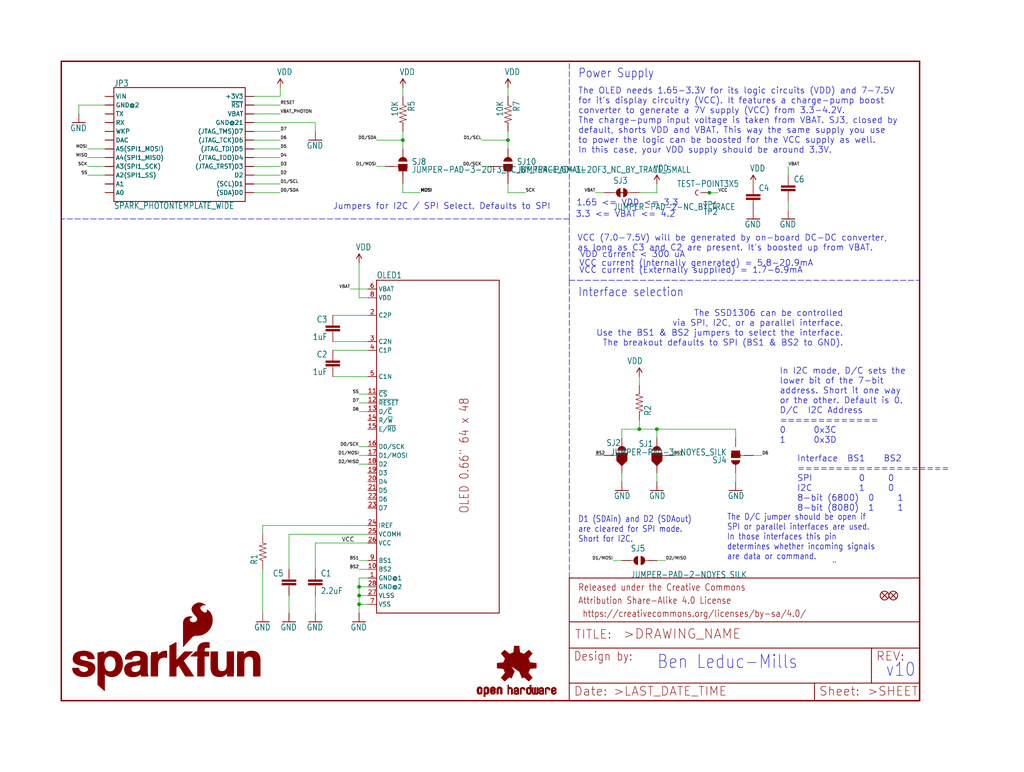
<source format=kicad_sch>
(kicad_sch (version 20211123) (generator eeschema)
  (paper "User" 297.002 223.926)
  (lib_symbols
    (symbol "eagleSchem-eagle-import:10KOHM1{slash}10W1%(0603)0603"
      (property "Reference" "R" (at -3.81 1.4986 0))
      (property "Value" "10KOHM1{slash}10W1%(0603)0603" (at -3.81 -3.302 0))
      (symbol "10KOHM1{slash}10W1%(0603)0603_1_0"
        (pin passive line (at -5.08 0 0) (length 2.54) (name "1") (number "1"))
        (pin passive line (at 5.08 0 180) (length 2.54) (name "2") (number "2"))
      )
    )
    (symbol "eagleSchem-eagle-import:1UF-25V-10%(0805){dblquote}"
      (property "Reference" "C" (at 1.524 2.921 0))
      (property "Value" "1UF-25V-10%(0805){dblquote}" (at 1.524 -2.159 0))
      (symbol "1UF-25V-10%(0805){dblquote}_1_0"
        (pin passive line (at 0 5.08 270) (length 2.54) (name "1") (number "1"))
        (pin passive line (at 0 -2.54 90) (length 2.54) (name "2") (number "2"))
      )
    )
    (symbol "eagleSchem-eagle-import:2.2UF-25V-+80{slash}-20(0805)"
      (property "Reference" "C" (at 1.524 2.921 0))
      (property "Value" "2.2UF-25V-+80{slash}-20(0805)" (at 1.524 -2.159 0))
      (symbol "2.2UF-25V-+80{slash}-20(0805)_1_0"
        (pin passive line (at 0 5.08 270) (length 2.54) (name "1") (number "1"))
        (pin passive line (at 0 -2.54 90) (length 2.54) (name "2") (number "2"))
      )
    )
    (symbol "eagleSchem-eagle-import:4.7UF-16V-20%,+80%-(1206)"
      (property "Reference" "C" (at 1.524 2.921 0))
      (property "Value" "4.7UF-16V-20%,+80%-(1206)" (at 1.524 -2.159 0))
      (symbol "4.7UF-16V-20%,+80%-(1206)_1_0"
        (pin passive line (at 0 5.08 270) (length 2.54) (name "1") (number "1"))
        (pin passive line (at 0 -2.54 90) (length 2.54) (name "2") (number "2"))
      )
    )
    (symbol "eagleSchem-eagle-import:CAP0603-CAP"
      (property "Reference" "C" (at 1.524 2.921 0))
      (property "Value" "CAP0603-CAP" (at 1.524 -2.159 0))
      (symbol "CAP0603-CAP_1_0"
        (pin passive line (at 0 5.08 270) (length 2.54) (name "1") (number "1"))
        (pin passive line (at 0 -2.54 90) (length 2.54) (name "2") (number "2"))
      )
    )
    (symbol "eagleSchem-eagle-import:FIDUCIAL1X2")
    (symbol "eagleSchem-eagle-import:FRAME-LETTER"
      (symbol "FRAME-LETTER_2_0"
        (text " https://creativecommons.org/licenses/by-sa/4.0/" (at 2.54 24.13 0) (effects (font (size 1.9304 1.6408)) (justify left bottom)))
        (text ">DRAWING_NAME" (at 15.494 17.78 0) (effects (font (size 2.7432 2.7432)) (justify left bottom)))
        (text ">LAST_DATE_TIME" (at 12.7 1.27 0) (effects (font (size 2.54 2.54)) (justify left bottom)))
        (text ">SHEET" (at 86.36 1.27 0) (effects (font (size 2.54 2.54)) (justify left bottom)))
        (text "Attribution Share-Alike 4.0 License" (at 2.54 27.94 0) (effects (font (size 1.9304 1.6408)) (justify left bottom)))
        (text "Date:" (at 1.27 1.27 0) (effects (font (size 2.54 2.54)) (justify left bottom)))
        (text "Design by:" (at 1.27 11.43 0) (effects (font (size 2.54 2.159)) (justify left bottom)))
        (text "Released under the Creative Commons" (at 2.54 31.75 0) (effects (font (size 1.9304 1.6408)) (justify left bottom)))
        (text "REV:" (at 88.9 11.43 0) (effects (font (size 2.54 2.54)) (justify left bottom)))
        (text "Sheet:" (at 72.39 1.27 0) (effects (font (size 2.54 2.54)) (justify left bottom)))
        (text "TITLE:" (at 1.524 17.78 0) (effects (font (size 2.54 2.54)) (justify left bottom)))
      )
    )
    (symbol "eagleSchem-eagle-import:GND" (power)
      (property "Value" "GND" (at -2.54 -2.54 0))
      (symbol "GND_1_0"
        (pin power_in line (at 0 2.54 270) (length 2.54) (name "GND") (number "1"))
      )
    )
    (symbol "eagleSchem-eagle-import:JUMPER-PAD-2-NC_BY_TRACE"
      (property "Reference" "SJ" (at -2.54 2.54 0))
      (property "Value" "JUMPER-PAD-2-NC_BY_TRACE" (at -2.54 -5.08 0))
      (symbol "JUMPER-PAD-2-NC_BY_TRACE_1_0"
        (pin passive line (at -5.08 0 0) (length 2.54) (name "1") (number "1"))
        (pin passive line (at 5.08 0 180) (length 2.54) (name "2") (number "2"))
      )
    )
    (symbol "eagleSchem-eagle-import:JUMPER-PAD-2-NOYES_SILK"
      (property "Reference" "SJ" (at -2.54 2.54 0))
      (property "Value" "JUMPER-PAD-2-NOYES_SILK" (at -2.54 -5.08 0))
      (symbol "JUMPER-PAD-2-NOYES_SILK_1_0"
        (pin passive line (at -5.08 0 0) (length 2.54) (name "1") (number "1"))
        (pin passive line (at 5.08 0 180) (length 2.54) (name "2") (number "2"))
      )
    )
    (symbol "eagleSchem-eagle-import:JUMPER-PAD-3-2OF3_NC_BY_PASTE"
      (property "Reference" "SJ" (at 2.54 0.381 0))
      (property "Value" "JUMPER-PAD-3-2OF3_NC_BY_PASTE" (at 2.54 -1.905 0))
      (symbol "JUMPER-PAD-3-2OF3_NC_BY_PASTE_1_0"
        (pin passive line (at 0 5.08 270) (length 2.54) (name "1") (number "1"))
        (pin passive line (at -5.08 0 0) (length 2.54) (name "2") (number "2"))
        (pin passive line (at 0 -5.08 90) (length 2.54) (name "3") (number "3"))
      )
    )
    (symbol "eagleSchem-eagle-import:JUMPER-PAD-3-2OF3_NC_BY_TRACE_SMALL"
      (property "Reference" "SJ" (at 2.54 0.381 0))
      (property "Value" "JUMPER-PAD-3-2OF3_NC_BY_TRACE_SMALL" (at 2.54 -1.905 0))
      (symbol "JUMPER-PAD-3-2OF3_NC_BY_TRACE_SMALL_1_0"
        (pin passive line (at 0 5.08 270) (length 2.54) (name "1") (number "1"))
        (pin passive line (at -5.08 0 0) (length 2.54) (name "2") (number "2"))
        (pin passive line (at 0 -5.08 90) (length 2.54) (name "3") (number "3"))
      )
    )
    (symbol "eagleSchem-eagle-import:JUMPER-PAD-3-NOYES_SILK"
      (property "Reference" "SJ" (at 2.54 0.381 0))
      (property "Value" "JUMPER-PAD-3-NOYES_SILK" (at 2.54 -1.905 0))
      (symbol "JUMPER-PAD-3-NOYES_SILK_1_0"
        (pin passive line (at 0 5.08 270) (length 2.54) (name "1") (number "1"))
        (pin passive line (at -5.08 0 0) (length 2.54) (name "2") (number "2"))
        (pin passive line (at 0 -5.08 90) (length 2.54) (name "3") (number "3"))
      )
    )
    (symbol "eagleSchem-eagle-import:OLED0.66"
      (property "Reference" "OLED" (at -25.4 48.768 0))
      (property "Value" "OLED0.66" (at -25.4 -50.546 0))
      (symbol "OLED0.66_1_0"
        (text "OLED 0.66\" 64 x 48" (at 0 -2.54 900) (effects (font (size 2.54 2.159))))
        (pin bidirectional line (at -27.94 -38.1 0) (length 2.54) (name "GND@1") (number "1"))
        (pin bidirectional line (at -27.94 -35.56 0) (length 2.54) (name "BS2") (number "10"))
        (pin bidirectional line (at -27.94 15.24 0) (length 2.54) (name "~{CS}") (number "11"))
        (pin bidirectional line (at -27.94 12.7 0) (length 2.54) (name "~{RESET}") (number "12"))
        (pin bidirectional line (at -27.94 10.16 0) (length 2.54) (name "D/~{C}") (number "13"))
        (pin bidirectional line (at -27.94 7.62 0) (length 2.54) (name "R/~{W}") (number "14"))
        (pin bidirectional line (at -27.94 5.08 0) (length 2.54) (name "E/~{RD}") (number "15"))
        (pin bidirectional line (at -27.94 0 0) (length 2.54) (name "D0/SCK") (number "16"))
        (pin bidirectional line (at -27.94 -2.54 0) (length 2.54) (name "D1/MOSI") (number "17"))
        (pin bidirectional line (at -27.94 -5.08 0) (length 2.54) (name "D2") (number "18"))
        (pin bidirectional line (at -27.94 -7.62 0) (length 2.54) (name "D3") (number "19"))
        (pin bidirectional line (at -27.94 38.1 0) (length 2.54) (name "C2P") (number "2"))
        (pin bidirectional line (at -27.94 -10.16 0) (length 2.54) (name "D4") (number "20"))
        (pin bidirectional line (at -27.94 -12.7 0) (length 2.54) (name "D5") (number "21"))
        (pin bidirectional line (at -27.94 -15.24 0) (length 2.54) (name "D6") (number "22"))
        (pin bidirectional line (at -27.94 -17.78 0) (length 2.54) (name "D7") (number "23"))
        (pin bidirectional line (at -27.94 -22.86 0) (length 2.54) (name "IREF") (number "24"))
        (pin bidirectional line (at -27.94 -25.4 0) (length 2.54) (name "VCOMH") (number "25"))
        (pin bidirectional line (at -27.94 -27.94 0) (length 2.54) (name "VCC") (number "26"))
        (pin bidirectional line (at -27.94 -43.18 0) (length 2.54) (name "VLSS") (number "27"))
        (pin bidirectional line (at -27.94 -40.64 0) (length 2.54) (name "GND@2") (number "28"))
        (pin bidirectional line (at -27.94 30.48 0) (length 2.54) (name "C2N") (number "3"))
        (pin bidirectional line (at -27.94 27.94 0) (length 2.54) (name "C1P") (number "4"))
        (pin bidirectional line (at -27.94 20.32 0) (length 2.54) (name "C1N") (number "5"))
        (pin bidirectional line (at -27.94 45.72 0) (length 2.54) (name "VBAT") (number "6"))
        (pin bidirectional line (at -27.94 -45.72 0) (length 2.54) (name "VSS") (number "7"))
        (pin bidirectional line (at -27.94 43.18 0) (length 2.54) (name "VDD") (number "8"))
        (pin bidirectional line (at -27.94 -33.02 0) (length 2.54) (name "BS1") (number "9"))
      )
    )
    (symbol "eagleSchem-eagle-import:OSHW-LOGOS")
    (symbol "eagleSchem-eagle-import:RESISTOR0603-RES"
      (property "Reference" "R" (at -3.81 1.4986 0))
      (property "Value" "RESISTOR0603-RES" (at -3.81 -3.302 0))
      (symbol "RESISTOR0603-RES_1_0"
        (pin passive line (at -5.08 0 0) (length 2.54) (name "1") (number "1"))
        (pin passive line (at 5.08 0 180) (length 2.54) (name "2") (number "2"))
      )
    )
    (symbol "eagleSchem-eagle-import:SFE_LOGO_NAME_FLAME.1_INCH")
    (symbol "eagleSchem-eagle-import:SPARK_PHOTONTEMPLATE_WIDE"
      (property "Reference" "JP" (at -20.32 18.034 0))
      (property "Value" "SPARK_PHOTONTEMPLATE_WIDE" (at -20.32 -15.494 0))
      (symbol "SPARK_PHOTONTEMPLATE_WIDE_1_0"
        (pin bidirectional line (at -22.86 15.24 0) (length 2.54) (name "VIN") (number "1"))
        (pin bidirectional line (at -22.86 -7.62 0) (length 2.54) (name "A2(SPI1_SS)") (number "10"))
        (pin bidirectional line (at -22.86 -10.16 0) (length 2.54) (name "A1") (number "11"))
        (pin bidirectional line (at -22.86 -12.7 0) (length 2.54) (name "A0") (number "12"))
        (pin bidirectional line (at 20.32 -12.7 180) (length 2.54) (name "(SDA)D0") (number "13"))
        (pin bidirectional line (at 20.32 -10.16 180) (length 2.54) (name "(SCL)D1") (number "14"))
        (pin bidirectional line (at 20.32 -7.62 180) (length 2.54) (name "D2") (number "15"))
        (pin bidirectional line (at 20.32 -5.08 180) (length 2.54) (name "(JTAG_TRST)D3") (number "16"))
        (pin bidirectional line (at 20.32 -2.54 180) (length 2.54) (name "(JTAG_TDO)D4") (number "17"))
        (pin bidirectional line (at 20.32 0 180) (length 2.54) (name "(JTAG_TDI)D5") (number "18"))
        (pin bidirectional line (at 20.32 2.54 180) (length 2.54) (name "(JTAG_TCK)D6") (number "19"))
        (pin bidirectional line (at -22.86 12.7 0) (length 2.54) (name "GND@2") (number "2"))
        (pin bidirectional line (at 20.32 5.08 180) (length 2.54) (name "(JTAG_TMS)D7") (number "20"))
        (pin bidirectional line (at 20.32 7.62 180) (length 2.54) (name "GND@21") (number "21"))
        (pin bidirectional line (at 20.32 10.16 180) (length 2.54) (name "VBAT") (number "22"))
        (pin bidirectional line (at 20.32 12.7 180) (length 2.54) (name "~{RST}") (number "23"))
        (pin bidirectional line (at 20.32 15.24 180) (length 2.54) (name "+3V3") (number "24"))
        (pin bidirectional line (at -22.86 10.16 0) (length 2.54) (name "TX") (number "3"))
        (pin bidirectional line (at 20.32 15.24 180) (length 2.54) (name "+3V3") (number "3V3"))
        (pin bidirectional line (at -22.86 7.62 0) (length 2.54) (name "RX") (number "4"))
        (pin bidirectional line (at -22.86 5.08 0) (length 2.54) (name "WKP") (number "5"))
        (pin bidirectional line (at -22.86 2.54 0) (length 2.54) (name "DAC") (number "6"))
        (pin bidirectional line (at -22.86 0 0) (length 2.54) (name "A5(SPI1_MOSI)") (number "7"))
        (pin bidirectional line (at -22.86 -2.54 0) (length 2.54) (name "A4(SPI1_MISO)") (number "8"))
        (pin bidirectional line (at -22.86 -5.08 0) (length 2.54) (name "A3(SPI1_SCK)") (number "9"))
        (pin bidirectional line (at -22.86 -12.7 0) (length 2.54) (name "A0") (number "A0"))
        (pin bidirectional line (at -22.86 -10.16 0) (length 2.54) (name "A1") (number "A1"))
        (pin bidirectional line (at -22.86 -7.62 0) (length 2.54) (name "A2(SPI1_SS)") (number "A2"))
        (pin bidirectional line (at -22.86 -5.08 0) (length 2.54) (name "A3(SPI1_SCK)") (number "A3"))
        (pin bidirectional line (at -22.86 -2.54 0) (length 2.54) (name "A4(SPI1_MISO)") (number "A4"))
        (pin bidirectional line (at -22.86 0 0) (length 2.54) (name "A5(SPI1_MOSI)") (number "A5"))
        (pin bidirectional line (at 20.32 -12.7 180) (length 2.54) (name "(SDA)D0") (number "D0"))
        (pin bidirectional line (at 20.32 -10.16 180) (length 2.54) (name "(SCL)D1") (number "D1"))
        (pin bidirectional line (at 20.32 -7.62 180) (length 2.54) (name "D2") (number "D2"))
        (pin bidirectional line (at 20.32 -5.08 180) (length 2.54) (name "(JTAG_TRST)D3") (number "D3"))
        (pin bidirectional line (at 20.32 -2.54 180) (length 2.54) (name "(JTAG_TDO)D4") (number "D4"))
        (pin bidirectional line (at 20.32 0 180) (length 2.54) (name "(JTAG_TDI)D5") (number "D5"))
        (pin bidirectional line (at 20.32 2.54 180) (length 2.54) (name "(JTAG_TCK)D6") (number "D6"))
        (pin bidirectional line (at 20.32 5.08 180) (length 2.54) (name "(JTAG_TMS)D7") (number "D7"))
        (pin bidirectional line (at -22.86 2.54 0) (length 2.54) (name "DAC") (number "DAC"))
        (pin bidirectional line (at -22.86 12.7 0) (length 2.54) (name "GND@2") (number "GND@0"))
        (pin bidirectional line (at 20.32 7.62 180) (length 2.54) (name "GND@21") (number "GND@2"))
        (pin bidirectional line (at 20.32 12.7 180) (length 2.54) (name "~{RST}") (number "RST"))
        (pin bidirectional line (at -22.86 7.62 0) (length 2.54) (name "RX") (number "RX"))
        (pin bidirectional line (at -22.86 10.16 0) (length 2.54) (name "TX") (number "TX"))
        (pin bidirectional line (at 20.32 10.16 180) (length 2.54) (name "VBAT") (number "VBAT"))
        (pin bidirectional line (at -22.86 15.24 0) (length 2.54) (name "VIN") (number "VIN"))
        (pin bidirectional line (at -22.86 5.08 0) (length 2.54) (name "WKP") (number "WKP"))
      )
    )
    (symbol "eagleSchem-eagle-import:TEST-POINT3X5"
      (property "Reference" "TP" (at -2.54 2.54 0))
      (property "Value" "TEST-POINT3X5" (at -2.54 -2.54 0))
      (symbol "TEST-POINT3X5_1_0"
        (pin bidirectional line (at 0 0 180) (length 0) (name "1") (number "P$1"))
      )
    )
    (symbol "eagleSchem-eagle-import:VDD" (power)
      (property "Value" "VDD" (at -1.016 3.556 0))
      (symbol "VDD_1_0"
        (pin power_in line (at 0 0 90) (length 2.54) (name "VDD") (number "1"))
      )
    )
  )
  (junction (at 104.14 170.18))
  (junction (at 116.84 40.64))
  (junction (at 104.14 172.72))
  (junction (at 190.5 124.46))
  (junction (at 185.42 124.46))
  (junction (at 147.32 40.64))
  (junction (at 104.14 175.26))
  (junction (at 205.74 55.88))
  (wire (pts (xy 185.42 55.88) (xy 190.5 55.88)))
  (wire (pts (xy 195.58 132.08) (xy 198.12 132.08)))
  (wire (pts (xy 73.66 45.72) (xy 81.28 45.72)))
  (wire (pts (xy 116.84 43.18) (xy 116.84 40.64)))
  (wire (pts (xy 106.68 86.36) (xy 104.14 86.36)))
  (wire (pts (xy 30.48 48.26) (xy 25.4 48.26)))
  (wire (pts (xy 73.66 50.8) (xy 81.28 50.8)))
  (wire (pts (xy 175.26 132.08) (xy 172.72 132.08)))
  (wire (pts (xy 190.5 162.56) (xy 193.04 162.56)))
  (wire (pts (xy 106.68 170.18) (xy 104.14 170.18)))
  (wire (pts (xy 106.68 114.3) (xy 104.14 114.3)))
  (wire (pts (xy 106.68 119.38) (xy 104.14 119.38)))
  (wire (pts (xy 190.5 137.16) (xy 190.5 139.7)))
  (wire (pts (xy 106.68 172.72) (xy 104.14 172.72)))
  (wire (pts (xy 91.44 157.48) (xy 91.44 165.1)))
  (wire (pts (xy 73.66 35.56) (xy 91.44 35.56)))
  (wire (pts (xy 228.6 50.8) (xy 228.6 48.26)))
  (wire (pts (xy 180.34 127) (xy 180.34 124.46)))
  (wire (pts (xy 147.32 25.4) (xy 147.32 27.94)))
  (wire (pts (xy 142.24 48.26) (xy 139.7 48.26)))
  (wire (pts (xy 190.5 53.34) (xy 190.5 55.88)))
  (wire (pts (xy 116.84 27.94) (xy 116.84 25.4)))
  (wire (pts (xy 73.66 30.48) (xy 81.28 30.48)))
  (wire (pts (xy 190.5 127) (xy 190.5 124.46)))
  (wire (pts (xy 106.68 165.1) (xy 104.14 165.1)))
  (wire (pts (xy 73.66 48.26) (xy 81.28 48.26)))
  (wire (pts (xy 147.32 55.88) (xy 152.4 55.88)))
  (wire (pts (xy 106.68 116.84) (xy 104.14 116.84)))
  (wire (pts (xy 30.48 30.48) (xy 22.86 30.48)))
  (wire (pts (xy 73.66 38.1) (xy 81.28 38.1)))
  (polyline (pts (xy 165.1 63.5) (xy 17.78 63.5)))
  (wire (pts (xy 22.86 30.48) (xy 22.86 33.02)))
  (wire (pts (xy 147.32 43.18) (xy 147.32 40.64)))
  (wire (pts (xy 30.48 45.72) (xy 25.4 45.72)))
  (wire (pts (xy 81.28 27.94) (xy 81.28 25.4)))
  (wire (pts (xy 116.84 40.64) (xy 116.84 38.1)))
  (wire (pts (xy 83.82 154.94) (xy 83.82 165.1)))
  (wire (pts (xy 106.68 152.4) (xy 76.2 152.4)))
  (wire (pts (xy 106.68 83.82) (xy 101.6 83.82)))
  (wire (pts (xy 106.68 132.08) (xy 104.14 132.08)))
  (wire (pts (xy 96.52 109.22) (xy 106.68 109.22)))
  (wire (pts (xy 106.68 157.48) (xy 91.44 157.48)))
  (wire (pts (xy 147.32 40.64) (xy 147.32 38.1)))
  (wire (pts (xy 175.26 55.88) (xy 172.72 55.88)))
  (wire (pts (xy 106.68 162.56) (xy 104.14 162.56)))
  (wire (pts (xy 73.66 27.94) (xy 81.28 27.94)))
  (wire (pts (xy 180.34 124.46) (xy 185.42 124.46)))
  (wire (pts (xy 180.34 139.7) (xy 180.34 137.16)))
  (wire (pts (xy 106.68 99.06) (xy 96.52 99.06)))
  (wire (pts (xy 104.14 175.26) (xy 104.14 177.8)))
  (wire (pts (xy 83.82 177.8) (xy 83.82 172.72)))
  (wire (pts (xy 30.48 50.8) (xy 25.4 50.8)))
  (wire (pts (xy 228.6 58.42) (xy 228.6 60.96)))
  (wire (pts (xy 91.44 38.1) (xy 91.44 35.56)))
  (wire (pts (xy 106.68 175.26) (xy 104.14 175.26)))
  (polyline (pts (xy 165.1 167.64) (xy 165.1 81.28)))
  (polyline (pts (xy 165.1 63.5) (xy 165.1 17.78)))
  (wire (pts (xy 104.14 170.18) (xy 104.14 172.72)))
  (wire (pts (xy 180.34 162.56) (xy 177.8 162.56)))
  (wire (pts (xy 76.2 152.4) (xy 76.2 154.94)))
  (wire (pts (xy 205.74 55.88) (xy 208.28 55.88)))
  (wire (pts (xy 104.14 86.36) (xy 104.14 76.2)))
  (wire (pts (xy 106.68 154.94) (xy 83.82 154.94)))
  (wire (pts (xy 104.14 172.72) (xy 104.14 175.26)))
  (wire (pts (xy 213.36 139.7) (xy 213.36 137.16)))
  (wire (pts (xy 116.84 53.34) (xy 116.84 55.88)))
  (wire (pts (xy 73.66 53.34) (xy 81.28 53.34)))
  (wire (pts (xy 116.84 55.88) (xy 121.92 55.88)))
  (wire (pts (xy 76.2 177.8) (xy 76.2 165.1)))
  (wire (pts (xy 190.5 124.46) (xy 185.42 124.46)))
  (wire (pts (xy 106.68 167.64) (xy 104.14 167.64)))
  (wire (pts (xy 218.44 132.08) (xy 220.98 132.08)))
  (wire (pts (xy 91.44 177.8) (xy 91.44 172.72)))
  (wire (pts (xy 185.42 111.76) (xy 185.42 109.22)))
  (wire (pts (xy 106.68 134.62) (xy 104.14 134.62)))
  (wire (pts (xy 73.66 55.88) (xy 81.28 55.88)))
  (wire (pts (xy 73.66 43.18) (xy 81.28 43.18)))
  (wire (pts (xy 104.14 167.64) (xy 104.14 170.18)))
  (wire (pts (xy 109.22 40.64) (xy 116.84 40.64)))
  (wire (pts (xy 73.66 33.02) (xy 81.28 33.02)))
  (wire (pts (xy 106.68 101.6) (xy 96.52 101.6)))
  (wire (pts (xy 106.68 91.44) (xy 96.52 91.44)))
  (wire (pts (xy 111.76 48.26) (xy 109.22 48.26)))
  (wire (pts (xy 30.48 43.18) (xy 25.4 43.18)))
  (wire (pts (xy 139.7 40.64) (xy 147.32 40.64)))
  (wire (pts (xy 213.36 127) (xy 213.36 124.46)))
  (wire (pts (xy 185.42 124.46) (xy 185.42 121.92)))
  (wire (pts (xy 106.68 129.54) (xy 104.14 129.54)))
  (wire (pts (xy 147.32 53.34) (xy 147.32 55.88)))
  (wire (pts (xy 213.36 124.46) (xy 190.5 124.46)))
  (polyline (pts (xy 165.1 81.28) (xy 165.1 63.5)))
  (polyline (pts (xy 165.1 81.28) (xy 266.7 81.28)))
  (wire (pts (xy 73.66 40.64) (xy 81.28 40.64)))
  (text "v10" (at 256.794 196.596 180) (effects (font (size 3.81 3.2385)) (justify left bottom)))
  (text "Interface  BS1    BS2\n====================\nSPI          0     0\nI2C          1     0\n8-bit (6800)  0     1\n8-bit (8080)  1     1" (at 231.14 132.08 0) (effects (font (size 1.778 1.778)) (justify left top)))
  (text "Interface selection" (at 167.64 86.36 180) (effects (font (size 2.54 2.159)) (justify left bottom)))
  (text "VCC current (Externally supplied) = 1.7-6.9mA" (at 167.894 79.502 180) (effects (font (size 1.778 1.778)) (justify left bottom)))
  (text "The SSD1306 can be controlled\nvia SPI, I2C, or a parallel interface.\nUse the BS1 & BS2 jumpers to select the interface.\nThe breakout defaults to SPI (BS1 & BS2 to GND)." (at 244.602 100.584 0) (effects (font (size 1.778 1.778)) (justify right bottom)))
  (text "D1 (SDAin) and D2 (SDAout)\nare cleared for SPI mode.\nShort for I2C." (at 167.64 157.48 0) (effects (font (size 1.778 1.5113)) (justify left bottom)))
  (text "The D/C jumper should be open if\nSPI or parallel interfaces are used.\nIn those interfaces this pin\ndetermines whether incoming signals\nare data or command." (at 210.82 162.56 0) (effects (font (size 1.778 1.5113)) (justify left bottom)))
  (text "The OLED needs 1.65-3.3V for its logic circuits (VDD) and 7-7.5V\nfor it's display circuitry (VCC). It features a charge-pump boost\nconverter to generate a 7V supply (VCC) from 3.3-4.2V.\nThe charge-pump input voltage is taken from VBAT. SJ3, closed by\ndefault, shorts VDD and VBAT. This way the same supply you use\nto power the logic can be boosted for the VCC supply as well.\nIn this case, your VDD supply should be around 3.3V." (at 167.64 25.4 0) (effects (font (size 1.778 1.778)) (justify left top)))
  (text "Jumpers for I2C / SPI Select. Defaults to SPI" (at 96.52 60.96 180) (effects (font (size 1.778 1.778)) (justify left bottom)))
  (text "\"" (at 241.3 165.1 180) (effects (font (size 1.778 1.5113)) (justify left bottom)))
  (text "1.65 <= VDD <= 3.3" (at 167.132 59.944 180) (effects (font (size 1.778 1.778)) (justify left bottom)))
  (text "VCC (7.0-7.5V) will be generated by on-board DC-DC converter,\nas long as C3 and C2 are present. It's boosted up from VBAT." (at 167.386 68.072 0) (effects (font (size 1.778 1.778)) (justify left top)))
  (text "3.3 <= VBAT <= 4.2" (at 166.878 63.246 180) (effects (font (size 1.778 1.778)) (justify left bottom)))
  (text "VCC current (Internally generated) = 5.8-20.9mA" (at 167.894 77.47 180) (effects (font (size 1.778 1.778)) (justify left bottom)))
  (text "In I2C mode, D/C sets the\nlower bit of the 7-bit\naddress. Short it one way\nor the other. Default is 0.\nD/C  I2C Address\n=============\n0      0x3C\n1      0x3D" (at 226.06 128.778 0) (effects (font (size 1.778 1.778)) (justify left bottom)))
  (text "VDD current < 300 uA" (at 168.148 74.93 180) (effects (font (size 1.778 1.778)) (justify left bottom)))
  (text "Ben Leduc-Mills" (at 190.5 194.31 180) (effects (font (size 3.81 3.2385)) (justify left bottom)))
  (text "Power Supply" (at 167.64 22.86 180) (effects (font (size 2.54 2.159)) (justify left bottom)))
  (label "SCK" (at 152.4 55.88 0) (effects (font (size 0.889 0.889))))
  (label "MOSI" (at 121.92 55.88 0) (effects (font (size 0.889 0.889))))
  (label "VBAT_PHOTON" (at 81.28 33.02 0) (effects (font (size 0.889 0.889))))
  (label "MOSI" (at 121.92 55.88 0) (effects (font (size 0.889 0.889))))
  (label "BS1" (at 198.12 132.08 180) (effects (font (size 0.889 0.889))))
  (label "D5" (at 81.28 43.18 0) (effects (font (size 0.889 0.889))))
  (label "D2" (at 81.28 50.8 0) (effects (font (size 0.889 0.889))))
  (label "D0/SCK" (at 104.14 129.54 180) (effects (font (size 0.889 0.889))))
  (label "VBAT" (at 101.6 83.82 180) (effects (font (size 0.889 0.889))))
  (label "SS" (at 25.4 50.8 180) (effects (font (size 0.889 0.889))))
  (label "MOSI" (at 25.4 43.18 180) (effects (font (size 0.889 0.889))))
  (label "BS1" (at 104.14 162.56 180) (effects (font (size 0.889 0.889))))
  (label "D6" (at 220.98 132.08 0) (effects (font (size 0.889 0.889))))
  (label "D2/MISO" (at 193.04 162.56 0) (effects (font (size 0.889 0.889))))
  (label "D1/MOSI" (at 177.8 162.56 180) (effects (font (size 0.889 0.889))))
  (label "D1/MOSI" (at 109.22 48.26 180) (effects (font (size 0.889 0.889))))
  (label "D0/SDA" (at 81.28 55.88 0) (effects (font (size 0.889 0.889))))
  (label "VBAT" (at 172.72 55.88 180) (effects (font (size 0.889 0.889))))
  (label "RESET" (at 81.28 30.48 0) (effects (font (size 0.889 0.889))))
  (label "D1/SCL" (at 139.7 40.64 180) (effects (font (size 0.889 0.889))))
  (label "D7" (at 104.14 116.84 180) (effects (font (size 0.889 0.889))))
  (label "D7" (at 81.28 38.1 0) (effects (font (size 0.889 0.889))))
  (label "MISO" (at 25.4 45.72 180) (effects (font (size 0.889 0.889))))
  (label "VCC" (at 208.28 55.88 0) (effects (font (size 0.889 0.889))))
  (label "D2/MISO" (at 104.14 134.62 180) (effects (font (size 0.889 0.889))))
  (label "MOSI" (at 121.92 55.88 0) (effects (font (size 0.889 0.889))))
  (label "D0/SCK" (at 139.7 48.26 180) (effects (font (size 0.889 0.889))))
  (label "SS" (at 104.14 114.3 180) (effects (font (size 0.889 0.889))))
  (label "VBAT" (at 228.6 48.26 0) (effects (font (size 0.889 0.889))))
  (label "D1/MOSI" (at 104.14 132.08 180) (effects (font (size 0.889 0.889))))
  (label "D4" (at 81.28 45.72 0) (effects (font (size 0.889 0.889))))
  (label "BS2" (at 104.14 165.1 180) (effects (font (size 0.889 0.889))))
  (label "SCK" (at 25.4 48.26 180) (effects (font (size 0.889 0.889))))
  (label "D6" (at 81.28 40.64 0) (effects (font (size 0.889 0.889))))
  (label "D3" (at 81.28 48.26 0) (effects (font (size 0.889 0.889))))
  (label "D6" (at 104.14 119.38 180) (effects (font (size 0.889 0.889))))
  (label "VCC" (at 99.06 157.48 0) (effects (font (size 1.2446 1.2446))))
  (label "D1/SCL" (at 81.28 53.34 0) (effects (font (size 0.889 0.889))))
  (label "D0/SDA" (at 109.22 40.64 180) (effects (font (size 0.889 0.889))))
  (label "BS2" (at 172.72 132.08 0) (effects (font (size 0.889 0.889))))
  (symbol (lib_id "eagleSchem-eagle-import:VDD") (at 190.5 53.34 0) (unit 1)
    (property "Reference" "#SUPPLY2" (effects hide))
    (property "Value" "VDD" (at 189.484 49.784 0) (effects (font (size 1.778 1.5113)) (justify left bottom)))
    (property "Footprint" "eagleSchem:" (effects hide))
  )
  (symbol (lib_id "eagleSchem-eagle-import:CAP0603-CAP") (at 228.6 55.88 0) (unit 1)
    (property "Reference" "C6" (at 230.124 52.959 0) (effects (font (size 1.778 1.5113)) (justify left bottom)))
    (property "Value" "1uF" (at 230.124 58.039 0) (effects (font (size 1.778 1.5113)) (justify left bottom)))
    (property "Footprint" "eagleSchem:0603-CAP" (effects hide))
    (property "Value" "1uF" (effects hide))
  )
  (symbol (lib_id "eagleSchem-eagle-import:OSHW-LOGOS") (at 149.86 193.04 0) (unit 1)
    (property "Reference" "LOGO3" (effects hide))
    (property "Value" "OSHW-LOGOS" (effects hide))
    (property "Footprint" "eagleSchem:OSHW-LOGO-S" (effects hide))
  )
  (symbol (lib_id "eagleSchem-eagle-import:GND") (at 76.2 180.34 0) (unit 1)
    (property "Reference" "#GND4" (effects hide))
    (property "Value" "GND" (at 73.66 182.88 0) (effects (font (size 1.778 1.5113)) (justify left bottom)))
    (property "Footprint" "eagleSchem:" (effects hide))
  )
  (symbol (lib_id "eagleSchem-eagle-import:VDD") (at 116.84 25.4 0) (unit 1)
    (property "Reference" "#SUPPLY6" (effects hide))
    (property "Value" "VDD" (at 115.824 21.844 0) (effects (font (size 1.778 1.5113)) (justify left bottom)))
    (property "Footprint" "eagleSchem:" (effects hide))
  )
  (symbol (lib_id "eagleSchem-eagle-import:GND") (at 83.82 180.34 0) (unit 1)
    (property "Reference" "#GND3" (effects hide))
    (property "Value" "GND" (at 81.28 182.88 0) (effects (font (size 1.778 1.5113)) (justify left bottom)))
    (property "Footprint" "eagleSchem:" (effects hide))
  )
  (symbol (lib_id "eagleSchem-eagle-import:VDD") (at 104.14 76.2 0) (unit 1)
    (property "Reference" "#SUPPLY1" (effects hide))
    (property "Value" "VDD" (at 103.124 72.644 0) (effects (font (size 1.778 1.5113)) (justify left bottom)))
    (property "Footprint" "eagleSchem:" (effects hide))
  )
  (symbol (lib_id "eagleSchem-eagle-import:VDD") (at 185.42 109.22 0) (mirror y) (unit 1)
    (property "Reference" "#SUPPLY4" (effects hide))
    (property "Value" "VDD" (at 186.436 105.664 0) (effects (font (size 1.778 1.5113)) (justify left bottom)))
    (property "Footprint" "eagleSchem:" (effects hide))
  )
  (symbol (lib_id "eagleSchem-eagle-import:JUMPER-PAD-3-2OF3_NC_BY_TRACE_SMALL") (at 116.84 48.26 0) (unit 1)
    (property "Reference" "SJ8" (at 119.38 47.879 0) (effects (font (size 1.778 1.5113)) (justify left bottom)))
    (property "Value" "JUMPER-PAD-3-2OF3_NC_BY_TRACE_SMALL" (at 119.38 50.165 0) (effects (font (size 1.778 1.5113)) (justify left bottom)))
    (property "Footprint" "eagleSchem:PAD-JUMPER-3-2OF3_NC_BY_TRACE_YES_SILK_FULL_BOX" (effects hide))
  )
  (symbol (lib_id "eagleSchem-eagle-import:1UF-25V-10%(0805){dblquote}") (at 96.52 106.68 0) (mirror y) (unit 1)
    (property "Reference" "C2" (at 94.996 103.759 0) (effects (font (size 1.778 1.5113)) (justify left bottom)))
    (property "Value" "1uF" (at 94.996 108.839 0) (effects (font (size 1.778 1.5113)) (justify left bottom)))
    (property "Footprint" "eagleSchem:0805-CAP" (effects hide))
  )
  (symbol (lib_id "eagleSchem-eagle-import:JUMPER-PAD-2-NC_BY_TRACE") (at 180.34 55.88 0) (unit 1)
    (property "Reference" "SJ3" (at 177.8 53.34 0) (effects (font (size 1.778 1.5113)) (justify left bottom)))
    (property "Value" "JUMPER-PAD-2-NC_BY_TRACE" (at 177.8 60.96 0) (effects (font (size 1.778 1.5113)) (justify left bottom)))
    (property "Footprint" "eagleSchem:PAD-JUMPER-2-NC_BY_TRACE_YES_SILK" (effects hide))
  )
  (symbol (lib_id "eagleSchem-eagle-import:FIDUCIAL1X2") (at 256.54 172.72 0) (unit 1)
    (property "Reference" "FID1" (effects hide))
    (property "Value" "FIDUCIAL1X2" (effects hide))
    (property "Footprint" "eagleSchem:FIDUCIAL-1X2" (effects hide))
  )
  (symbol (lib_id "eagleSchem-eagle-import:FIDUCIAL1X2") (at 259.08 172.72 0) (unit 1)
    (property "Reference" "FID2" (effects hide))
    (property "Value" "FIDUCIAL1X2" (effects hide))
    (property "Footprint" "eagleSchem:FIDUCIAL-1X2" (effects hide))
  )
  (symbol (lib_id "eagleSchem-eagle-import:GND") (at 91.44 40.64 0) (unit 1)
    (property "Reference" "#GND12" (effects hide))
    (property "Value" "GND" (at 88.9 43.18 0) (effects (font (size 1.778 1.5113)) (justify left bottom)))
    (property "Footprint" "eagleSchem:" (effects hide))
  )
  (symbol (lib_id "eagleSchem-eagle-import:TEST-POINT3X5") (at 205.74 55.88 180) (unit 1)
    (property "Reference" "TP2" (at 208.28 60.452 0) (effects (font (size 1.778 1.5113)) (justify left bottom)))
    (property "Value" "TEST-POINT3X5" (effects hide))
    (property "Footprint" "eagleSchem:PAD.03X.05" (effects hide))
  )
  (symbol (lib_id "eagleSchem-eagle-import:CAP0603-CAP") (at 218.44 58.42 0) (unit 1)
    (property "Reference" "C4" (at 219.964 55.499 0) (effects (font (size 1.778 1.5113)) (justify left bottom)))
    (property "Value" "1uF" (at 219.964 60.579 0) (effects (font (size 1.778 1.5113)) (justify left bottom)))
    (property "Footprint" "eagleSchem:0603-CAP" (effects hide))
    (property "Value" "1uF" (effects hide))
  )
  (symbol (lib_id "eagleSchem-eagle-import:10KOHM1{slash}10W1%(0603)0603") (at 116.84 33.02 270) (unit 1)
    (property "Reference" "R5" (at 118.3386 29.21 0) (effects (font (size 1.778 1.5113)) (justify left bottom)))
    (property "Value" "10K" (at 113.538 29.21 0) (effects (font (size 1.778 1.5113)) (justify left bottom)))
    (property "Footprint" "eagleSchem:0603-RES" (effects hide))
  )
  (symbol (lib_id "eagleSchem-eagle-import:RESISTOR0603-RES") (at 185.42 116.84 270) (mirror x) (unit 1)
    (property "Reference" "R2" (at 186.9186 120.65 0) (effects (font (size 1.778 1.5113)) (justify left bottom)))
    (property "Value" "10k" (at 182.118 120.65 0) (effects (font (size 1.778 1.5113)) (justify left bottom)))
    (property "Footprint" "eagleSchem:0603-RES" (effects hide))
    (property "Value" "10k" (effects hide))
  )
  (symbol (lib_id "eagleSchem-eagle-import:RESISTOR0603-RES") (at 76.2 160.02 90) (unit 1)
    (property "Reference" "R1" (at 74.7014 163.83 0) (effects (font (size 1.778 1.5113)) (justify left bottom)))
    (property "Value" "390k" (at 79.502 163.83 0) (effects (font (size 1.778 1.5113)) (justify left bottom)))
    (property "Footprint" "eagleSchem:0603-RES" (effects hide))
    (property "Value" "390k" (effects hide))
  )
  (symbol (lib_id "eagleSchem-eagle-import:VDD") (at 81.28 25.4 0) (unit 1)
    (property "Reference" "#SUPPLY5" (effects hide))
    (property "Value" "VDD" (at 80.264 21.844 0) (effects (font (size 1.778 1.5113)) (justify left bottom)))
    (property "Footprint" "eagleSchem:" (effects hide))
  )
  (symbol (lib_id "eagleSchem-eagle-import:JUMPER-PAD-3-2OF3_NC_BY_PASTE") (at 180.34 132.08 0) (unit 1)
    (property "Reference" "SJ2" (at 180.086 129.413 0) (effects (font (size 1.778 1.5113)) (justify right bottom)))
    (property "Value" "BS2" (effects hide))
    (property "Footprint" "eagleSchem:PAD-JUMPER-3-2OF3_NC_BY_PASTE_YES_SILK_FULL_BOX" (effects hide))
  )
  (symbol (lib_id "eagleSchem-eagle-import:10KOHM1{slash}10W1%(0603)0603") (at 147.32 33.02 270) (unit 1)
    (property "Reference" "R7" (at 148.8186 29.21 0) (effects (font (size 1.778 1.5113)) (justify left bottom)))
    (property "Value" "10K" (at 144.018 29.21 0) (effects (font (size 1.778 1.5113)) (justify left bottom)))
    (property "Footprint" "eagleSchem:0603-RES" (effects hide))
  )
  (symbol (lib_id "eagleSchem-eagle-import:JUMPER-PAD-3-2OF3_NC_BY_PASTE") (at 190.5 132.08 0) (mirror y) (unit 1)
    (property "Reference" "SJ1" (at 189.484 129.667 0) (effects (font (size 1.778 1.5113)) (justify left bottom)))
    (property "Value" "BS1" (effects hide))
    (property "Footprint" "eagleSchem:PAD-JUMPER-3-2OF3_NC_BY_PASTE_YES_SILK_FULL_BOX" (effects hide))
  )
  (symbol (lib_id "eagleSchem-eagle-import:FRAME-LETTER") (at 17.78 203.2 0) (unit 1)
    (property "Reference" "FRAME1" (effects hide))
    (property "Value" "FRAME-LETTER" (effects hide))
    (property "Footprint" "eagleSchem:CREATIVE_COMMONS" (effects hide))
  )
  (symbol (lib_id "eagleSchem-eagle-import:GND") (at 213.36 142.24 0) (mirror y) (unit 1)
    (property "Reference" "#GND11" (effects hide))
    (property "Value" "GND" (at 215.9 144.78 0) (effects (font (size 1.778 1.5113)) (justify left bottom)))
    (property "Footprint" "eagleSchem:" (effects hide))
  )
  (symbol (lib_id "eagleSchem-eagle-import:SFE_LOGO_NAME_FLAME.1_INCH") (at 20.32 200.66 0) (unit 1)
    (property "Reference" "LOGO2" (effects hide))
    (property "Value" "SFE_LOGO_NAME_FLAME.1_INCH" (effects hide))
    (property "Footprint" "eagleSchem:SFE_LOGO_NAME_FLAME_.1" (effects hide))
  )
  (symbol (lib_id "eagleSchem-eagle-import:GND") (at 218.44 63.5 0) (unit 1)
    (property "Reference" "#GND5" (effects hide))
    (property "Value" "GND" (at 215.9 66.04 0) (effects (font (size 1.778 1.5113)) (justify left bottom)))
    (property "Footprint" "eagleSchem:" (effects hide))
  )
  (symbol (lib_id "eagleSchem-eagle-import:VDD") (at 147.32 25.4 0) (unit 1)
    (property "Reference" "#SUPPLY9" (effects hide))
    (property "Value" "VDD" (at 146.304 21.844 0) (effects (font (size 1.778 1.5113)) (justify left bottom)))
    (property "Footprint" "eagleSchem:" (effects hide))
  )
  (symbol (lib_id "eagleSchem-eagle-import:GND") (at 104.14 180.34 0) (unit 1)
    (property "Reference" "#GND1" (effects hide))
    (property "Value" "GND" (at 101.6 182.88 0) (effects (font (size 1.778 1.5113)) (justify left bottom)))
    (property "Footprint" "eagleSchem:" (effects hide))
  )
  (symbol (lib_id "eagleSchem-eagle-import:JUMPER-PAD-3-2OF3_NC_BY_TRACE_SMALL") (at 147.32 48.26 0) (unit 1)
    (property "Reference" "SJ10" (at 149.86 47.879 0) (effects (font (size 1.778 1.5113)) (justify left bottom)))
    (property "Value" "JUMPER-PAD-3-2OF3_NC_BY_TRACE_SMALL" (at 149.86 50.165 0) (effects (font (size 1.778 1.5113)) (justify left bottom)))
    (property "Footprint" "eagleSchem:PAD-JUMPER-3-2OF3_NC_BY_TRACE_YES_SILK_FULL_BOX" (effects hide))
  )
  (symbol (lib_id "eagleSchem-eagle-import:2.2UF-25V-+80{slash}-20(0805)") (at 91.44 170.18 0) (unit 1)
    (property "Reference" "C1" (at 92.964 167.259 0) (effects (font (size 1.778 1.5113)) (justify left bottom)))
    (property "Value" "2.2uF" (at 92.964 172.339 0) (effects (font (size 1.778 1.5113)) (justify left bottom)))
    (property "Footprint" "eagleSchem:0805-CAP" (effects hide))
  )
  (symbol (lib_id "eagleSchem-eagle-import:GND") (at 190.5 142.24 0) (mirror y) (unit 1)
    (property "Reference" "#GND7" (effects hide))
    (property "Value" "GND" (at 193.04 144.78 0) (effects (font (size 1.778 1.5113)) (justify left bottom)))
    (property "Footprint" "eagleSchem:" (effects hide))
  )
  (symbol (lib_id "eagleSchem-eagle-import:1UF-25V-10%(0805){dblquote}") (at 96.52 96.52 0) (mirror y) (unit 1)
    (property "Reference" "C3" (at 94.996 93.599 0) (effects (font (size 1.778 1.5113)) (justify left bottom)))
    (property "Value" "1uF" (at 94.996 98.679 0) (effects (font (size 1.778 1.5113)) (justify left bottom)))
    (property "Footprint" "eagleSchem:0805-CAP" (effects hide))
  )
  (symbol (lib_id "eagleSchem-eagle-import:4.7UF-16V-20%,+80%-(1206)") (at 83.82 170.18 0) (mirror y) (unit 1)
    (property "Reference" "C5" (at 82.296 167.259 0) (effects (font (size 1.778 1.5113)) (justify left bottom)))
    (property "Value" "4.7uF" (at 82.296 172.339 0) (effects (font (size 1.778 1.5113)) (justify left bottom)))
    (property "Footprint" "eagleSchem:1206-CAP" (effects hide))
    (property "Value" "4.7uF" (effects hide))
  )
  (symbol (lib_id "eagleSchem-eagle-import:GND") (at 22.86 35.56 0) (unit 1)
    (property "Reference" "#GND10" (effects hide))
    (property "Value" "GND" (at 20.32 38.1 0) (effects (font (size 1.778 1.5113)) (justify left bottom)))
    (property "Footprint" "eagleSchem:" (effects hide))
  )
  (symbol (lib_id "eagleSchem-eagle-import:JUMPER-PAD-2-NOYES_SILK") (at 185.42 162.56 0) (unit 1)
    (property "Reference" "SJ5" (at 182.88 160.02 0) (effects (font (size 1.778 1.5113)) (justify left bottom)))
    (property "Value" "JUMPER-PAD-2-NOYES_SILK" (at 182.88 167.64 0) (effects (font (size 1.778 1.5113)) (justify left bottom)))
    (property "Footprint" "eagleSchem:PAD-JUMPER-2-NO_YES_SILK" (effects hide))
  )
  (symbol (lib_id "eagleSchem-eagle-import:GND") (at 180.34 142.24 0) (mirror y) (unit 1)
    (property "Reference" "#GND8" (effects hide))
    (property "Value" "GND" (at 182.88 144.78 0) (effects (font (size 1.778 1.5113)) (justify left bottom)))
    (property "Footprint" "eagleSchem:" (effects hide))
  )
  (symbol (lib_id "eagleSchem-eagle-import:FRAME-LETTER") (at 165.1 203.2 0) (unit 2)
    (property "Reference" "FRAME1" (effects hide))
    (property "Value" "FRAME-LETTER" (effects hide))
    (property "Footprint" "eagleSchem:CREATIVE_COMMONS" (effects hide))
  )
  (symbol (lib_id "eagleSchem-eagle-import:JUMPER-PAD-3-NOYES_SILK") (at 213.36 132.08 180) (unit 1)
    (property "Reference" "SJ4" (at 210.82 132.461 0) (effects (font (size 1.778 1.5113)) (justify left bottom)))
    (property "Value" "JUMPER-PAD-3-NOYES_SILK" (at 210.82 130.175 0) (effects (font (size 1.778 1.5113)) (justify left bottom)))
    (property "Footprint" "eagleSchem:PAD-JUMPER-3-NO_YES_SILK" (effects hide))
  )
  (symbol (lib_id "eagleSchem-eagle-import:GND") (at 91.44 180.34 0) (unit 1)
    (property "Reference" "#GND2" (effects hide))
    (property "Value" "GND" (at 88.9 182.88 0) (effects (font (size 1.778 1.5113)) (justify left bottom)))
    (property "Footprint" "eagleSchem:" (effects hide))
  )
  (symbol (lib_id "eagleSchem-eagle-import:VDD") (at 218.44 53.34 0) (unit 1)
    (property "Reference" "#SUPPLY3" (effects hide))
    (property "Value" "VDD" (at 217.424 49.784 0) (effects (font (size 1.778 1.5113)) (justify left bottom)))
    (property "Footprint" "eagleSchem:" (effects hide))
  )
  (symbol (lib_id "eagleSchem-eagle-import:OLED0.66") (at 134.62 129.54 0) (unit 1)
    (property "Reference" "OLED1" (at 109.22 80.772 0) (effects (font (size 1.778 1.5113)) (justify left bottom)))
    (property "Value" "OLED0.66" (at 109.22 180.086 0) (effects (font (size 1.778 1.5113)) (justify left bottom)))
    (property "Footprint" "eagleSchem:OLED-0.66-64X48" (effects hide))
    (property "Value" "OLED0.66" (effects hide))
  )
  (symbol (lib_id "eagleSchem-eagle-import:TEST-POINT3X5") (at 205.74 55.88 180) (unit 1)
    (property "Reference" "TP1" (at 208.28 58.42 0) (effects (font (size 1.778 1.5113)) (justify left bottom)))
    (property "Value" "TEST-POINT3X5" (at 214.376 52.324 0) (effects (font (size 1.778 1.5113)) (justify left bottom)))
    (property "Footprint" "eagleSchem:PAD.03X.05" (effects hide))
  )
  (symbol (lib_id "eagleSchem-eagle-import:SFE_LOGO_NAME_FLAME.1_INCH") (at 20.32 200.66 0) (unit 1)
    (property "Reference" "LOGO1" (effects hide))
    (property "Value" "SFE_LOGO_NAME_FLAME.1_INCH" (effects hide))
    (property "Footprint" "eagleSchem:SFE_LOGO_NAME_FLAME_.1" (effects hide))
  )
  (symbol (lib_id "eagleSchem-eagle-import:SPARK_PHOTONTEMPLATE_WIDE") (at 53.34 43.18 0) (unit 1)
    (property "Reference" "JP3" (at 33.02 25.146 0) (effects (font (size 1.778 1.5113)) (justify left bottom)))
    (property "Value" "SPARK_PHOTONTEMPLATE_WIDE" (at 33.02 58.674 0) (effects (font (size 1.778 1.5113)) (justify left top)))
    (property "Footprint" "eagleSchem:SPARK_PHOTON_TEMPLATE_WIDE" (effects hide))
  )
  (symbol (lib_id "eagleSchem-eagle-import:GND") (at 228.6 63.5 0) (unit 1)
    (property "Reference" "#GND6" (effects hide))
    (property "Value" "GND" (at 226.06 66.04 0) (effects (font (size 1.778 1.5113)) (justify left bottom)))
    (property "Footprint" "eagleSchem:" (effects hide))
  )
)
</source>
